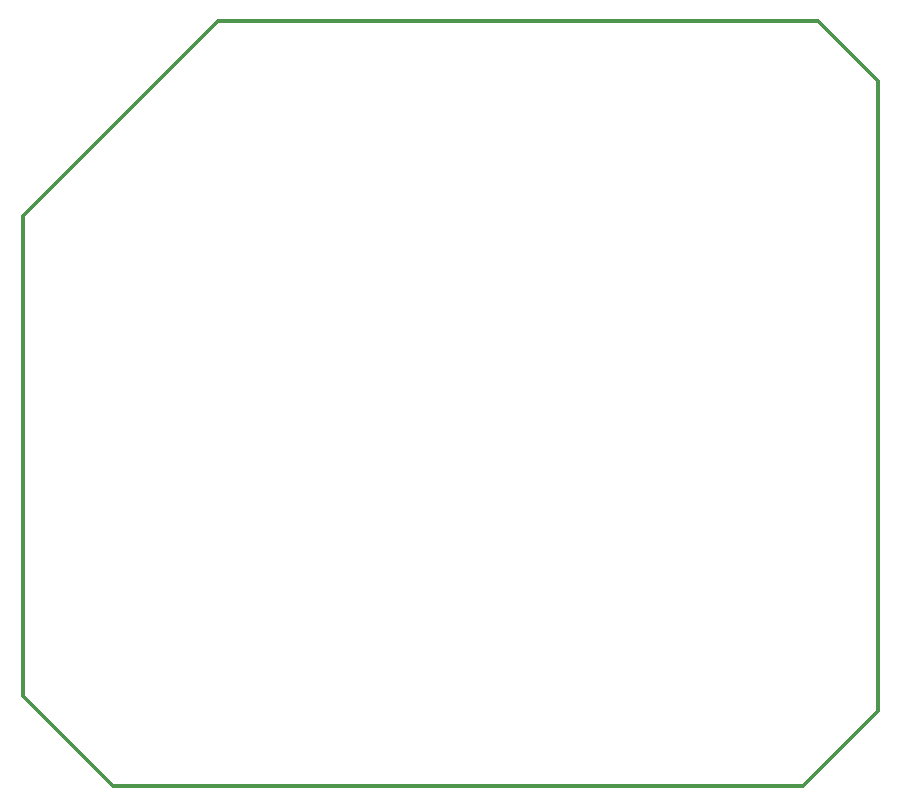
<source format=gbr>
%TF.GenerationSoftware,Altium Limited,Altium Designer,23.10.1 (27)*%
G04 Layer_Color=16711935*
%FSLAX45Y45*%
%MOMM*%
%TF.SameCoordinates,0BB6306C-626D-4F4D-BD6E-158AEC5F1732*%
%TF.FilePolarity,Positive*%
%TF.FileFunction,Keep-out,Top*%
%TF.Part,Single*%
G01*
G75*
%TA.AperFunction,NonConductor*%
%ADD31C,0.30480*%
D31*
X4572000Y8001000D02*
X9651999Y8001001D01*
X10159999Y7493002D01*
X9525001Y1524001D02*
X10160000Y2159000D01*
X3682999Y1524001D02*
X9525001D01*
X2920999Y2286001D02*
X3682999Y1524001D01*
X2920999Y2286001D02*
X2921001Y6350001D01*
X4573614Y8002613D01*
X10159999Y7493002D02*
X10160000Y2159000D01*
%TF.MD5,3bc15909c95702bb20c0a569d0fd58ee*%
M02*

</source>
